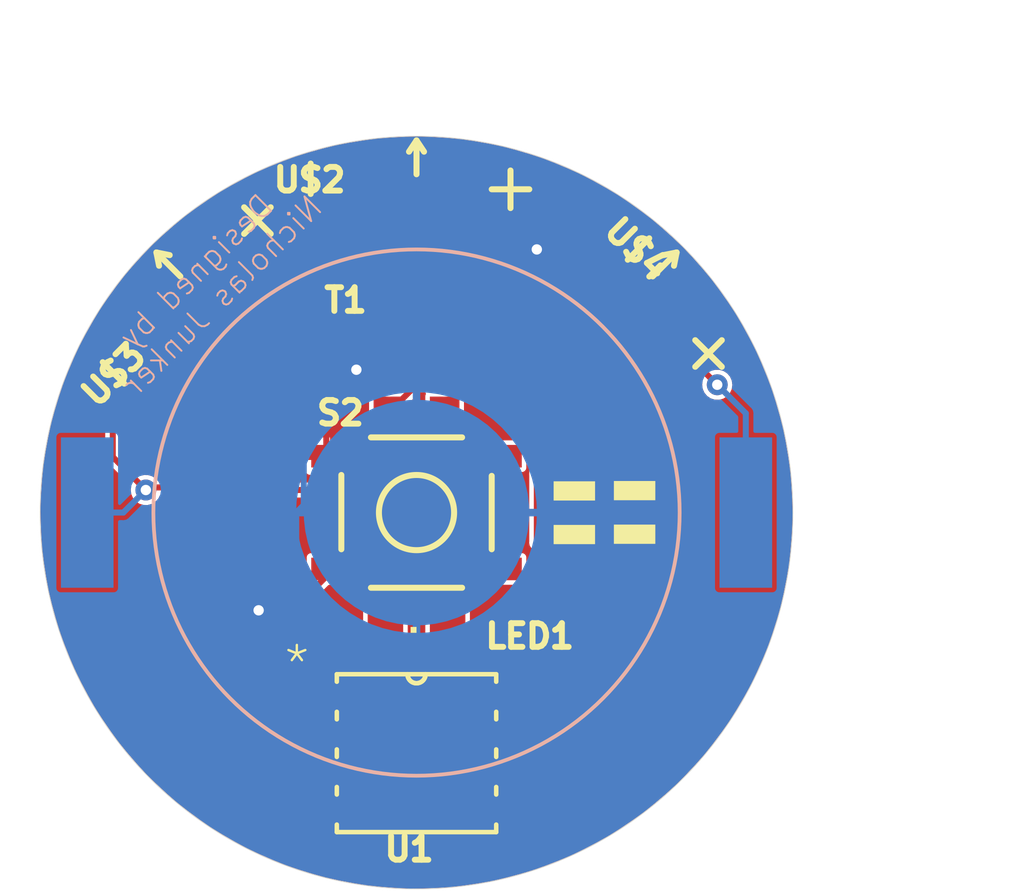
<source format=kicad_pcb>
(kicad_pcb (version 20211014) (generator pcbnew)
  (layers (0 "F.Cu" signal) (31 "B.Cu" signal) (34 "B.Paste" user) (35 "F.Paste" user) (36 "B.SilkS" user "B.Silkscreen") (37 "F.SilkS" user "F.Silkscreen") (38 "B.Mask" user) (39 "F.Mask" user) (44 "Edge.Cuts" user))
  (net 0 "")
  (net 1 "VCC")
  (net 2 "GND")
  (net 3 "SCK")
  (net 4 "RST")
  (net 5 "N$6")
  (net 6 "N$4")
  (net 7 "N$12")
  (net 8 "N$11")
  (net 9 "N$10")
  (net 10 "N$1")
  (net 11 "MOSI")
  (footprint "MicroTVbGone_r2:SOT23" (layer "F.Cu") (at 148.5011 96.8756)
    (fp_text reference "Q2" hide)
    (fp_text value "2N3904")
    (pad "1" smd rect (at -0.95 1.1) (size 1 1.4) (layers "F.Cu" "F.Paste" "F.Mask") (net 9 "N$10"))
    (pad "2" smd rect (at 0.95 1.1) (size 1 1.4) (layers "F.Cu" "F.Paste" "F.Mask") (net 2 "GND"))
    (pad "3" smd rect (at 0 -1.1) (size 1 1.4) (layers "F.Cu" "F.Paste" "F.Mask") (net 6 "N$4"))
  )
  (footprint "MicroTVbGone_r2:MIDLED" (layer "F.Cu") (at 148.5011 94.0816)
    (fp_text reference "U$2" (at -4.925923 0.1524) (layer "F.SilkS") (effects (font (size 0.8 0.8) (thickness 0.2)) (justify left bottom)))
    (fp_text value "SFH4646-ZSFH4646")
    (fp_line (start 0 -0.508) (end 0 -1.651) (layer "F.SilkS") (width 0.2032))
    (fp_line (start 3.175 -0.635) (end 3.175 0.635) (layer "F.SilkS") (width 0.2032))
    (fp_line (start 0 -1.651) (end -0.254 -1.27) (layer "F.SilkS") (width 0.2032))
    (fp_line (start 3.81 0) (end 2.54 0) (layer "F.SilkS") (width 0.2032))
    (fp_line (start 0 -1.651) (end 0.254 -1.27) (layer "F.SilkS") (width 0.2032))
    (pad "GND" smd rect (at -1.651 0 90) (size 1.699259 1.249681) (layers "F.Cu" "F.Paste" "F.Mask") (net 6 "N$4"))
    (pad "VCC" smd rect (at 1.651 0 90) (size 1.699259 1.249681) (layers "F.Cu" "F.Paste" "F.Mask") (net 1 "VCC"))
  )
  (footprint "MicroTVbGone_r2:R0805" (layer "F.Cu") (at 153.8351 105.0036 90)
    (fp_text reference "R1" hide)
    (fp_text value "1.0 K")
    (fp_poly (pts (xy 0.4064 0.6985) (xy 1.0564 0.6985) (xy 1.0564 -0.7015) (xy 0.4064 -0.7015)) (layer "F.SilkS") (width 0) (fill solid))
    (fp_poly (pts (xy -1.0668 0.6985) (xy -0.4168 0.6985) (xy -0.4168 -0.7015) (xy -1.0668 -0.7015)) (layer "F.SilkS") (width 0) (fill solid))
    (pad "1" smd rect (at -1 0 90) (size 1.1 1.4) (layers "F.Cu" "F.Paste" "F.Mask") (net 7 "N$12"))
    (pad "2" smd rect (at 1 0 90) (size 1.1 1.4) (layers "F.Cu" "F.Paste" "F.Mask") (net 11 "MOSI"))
  )
  (footprint "MicroTVbGone_r2:C0805" (layer "F.Cu") (at 143.1671 105.0036 -90)
    (fp_text reference "C2" hide)
    (fp_text value "100uF" hide)
    (pad "1" smd rect (at -0.85 0 270) (size 1.3 1.5) (layers "F.Cu" "F.Paste" "F.Mask") (net 1 "VCC"))
    (pad "2" smd rect (at 0.85 0 270) (size 1.3 1.5) (layers "F.Cu" "F.Paste" "F.Mask") (net 2 "GND"))
  )
  (footprint "MicroTVbGone_r2:MIDLED" (layer "F.Cu") (at 140.8811 97.3836 45)
    (fp_text reference "U$3" (at -5.25345 0.70944 45) (layer "F.SilkS") (effects (font (size 0.8 0.8) (thickness 0.2)) (justify left bottom)))
    (fp_text value "SFH4646-ZSFH4646")
    (fp_line (start 0 -1.651) (end 0.254 -1.27) (layer "F.SilkS") (width 0.2032))
    (fp_line (start 3.175 -0.635) (end 3.175 0.635) (layer "F.SilkS") (width 0.2032))
    (fp_line (start 0 -1.651) (end -0.254 -1.27) (layer "F.SilkS") (width 0.2032))
    (fp_line (start 0 -0.508) (end 0 -1.651) (layer "F.SilkS") (width 0.2032))
    (fp_line (start 3.81 0) (end 2.54 0) (layer "F.SilkS") (width 0.2032))
    (pad "GND" smd rect (at -1.651 0 135) (size 1.699259 1.249681) (layers "F.Cu" "F.Paste" "F.Mask") (net 8 "N$11"))
    (pad "VCC" smd rect (at 1.651 0 135) (size 1.699259 1.249681) (layers "F.Cu" "F.Paste" "F.Mask") (net 1 "VCC"))
  )
  (footprint "MicroTVbGone_r2:R0805" (layer "F.Cu") (at 155.8671 105.0036 -90)
    (fp_text reference "R5" hide)
    (fp_text value "100")
    (fp_poly (pts (xy -1.0668 0.6985) (xy -0.4168 0.6985) (xy -0.4168 -0.7015) (xy -1.0668 -0.7015)) (layer "F.SilkS") (width 0) (fill solid))
    (fp_poly (pts (xy 0.4064 0.6985) (xy 1.0564 0.6985) (xy 1.0564 -0.7015) (xy 0.4064 -0.7015)) (layer "F.SilkS") (width 0) (fill solid))
    (pad "1" smd rect (at -1 0 270) (size 1.1 1.4) (layers "F.Cu" "F.Paste" "F.Mask") (net 3 "SCK"))
    (pad "2" smd rect (at 1 0 270) (size 1.1 1.4) (layers "F.Cu" "F.Paste" "F.Mask") (net 10 "N$1"))
  )
  (footprint "MicroTVbGone_r2:C0805" (layer "F.Cu") (at 141.1351 105.0036 -90)
    (fp_text reference "C1" hide)
    (fp_text value "0.1uF" hide)
    (pad "1" smd rect (at -0.85 0 270) (size 1.3 1.5) (layers "F.Cu" "F.Paste" "F.Mask") (net 1 "VCC"))
    (pad "2" smd rect (at 0.85 0 270) (size 1.3 1.5) (layers "F.Cu" "F.Paste" "F.Mask") (net 2 "GND"))
  )
  (footprint "MicroTVbGone_r2:SOT23-BEC" (layer "F.Cu") (at 148.5011 100.6856)
    (fp_text reference "T1" (at -3.2131 -2.3876) (layer "F.SilkS") (effects (font (size 0.8 0.8) (thickness 0.2)) (justify left bottom)))
    (fp_text value "MMBT2907")
    (pad "B" smd rect (at -0.95 1.1) (size 1 1.4) (layers "F.Cu" "F.Paste" "F.Mask") (net 7 "N$12"))
    (pad "C" smd rect (at 0 -1.1) (size 1 1.4) (layers "F.Cu" "F.Paste" "F.Mask") (net 9 "N$10"))
    (pad "E" smd rect (at 0.95 1.1) (size 1 1.4) (layers "F.Cu" "F.Paste" "F.Mask") (net 1 "VCC"))
  )
  (footprint "MicroTVbGone_r2:SOT23" (layer "F.Cu") (at 143.1671 99.6696 45)
    (fp_text reference "Q1" hide)
    (fp_text value "2N3904")
    (pad "1" smd rect (at -0.95 1.1 45) (size 1 1.4) (layers "F.Cu" "F.Paste" "F.Mask") (net 9 "N$10"))
    (pad "2" smd rect (at 0.95 1.1 45) (size 1 1.4) (layers "F.Cu" "F.Paste" "F.Mask") (net 2 "GND"))
    (pad "3" smd rect (at 0 -1.1 45) (size 1 1.4) (layers "F.Cu" "F.Paste" "F.Mask") (net 8 "N$11"))
  )
  (footprint "MicroTVbGone_r2:SOT23" (layer "F.Cu") (at 153.8351 99.6696 -45)
    (fp_text reference "Q4" hide)
    (fp_text value "2N3904")
    (pad "1" smd rect (at -0.95 1.1 315) (size 1 1.4) (layers "F.Cu" "F.Paste" "F.Mask") (net 9 "N$10"))
    (pad "2" smd rect (at 0.95 1.1 315) (size 1 1.4) (layers "F.Cu" "F.Paste" "F.Mask") (net 2 "GND"))
    (pad "3" smd rect (at 0 -1.1 315) (size 1 1.4) (layers "F.Cu" "F.Paste" "F.Mask") (net 5 "N$6"))
  )
  (footprint "MicroTVbGone_r2:SOIC127P798X216-8N" (layer "F.Cu") (at 148.5011 113.1316)
    (fp_text reference "U1" (at -1.1811 3.7084) (layer "F.SilkS") (effects (font (size 0.8 0.8) (thickness 0.2)) (justify left bottom)))
    (fp_text value "ATTINY85V-10SU")
    (fp_text user "*" (at -4.5466 -2.3114) (layer "F.SilkS") (effects (font (size 1.1938 1.1938) (thickness 0.0762)) (justify left bottom)))
    (fp_text user "*" (at -4.5466 -2.3114) (layer "F.SilkS") (effects (font (size 1.1938 1.1938) (thickness 0.0762)) (justify left bottom)))
    (fp_line (start 2.6924 -2.413) (end 2.6924 -2.667) (layer "F.SilkS") (width 0.1524))
    (fp_line (start 2.6924 0.127) (end 2.6924 -0.127) (layer "F.SilkS") (width 0.1524))
    (fp_line (start 2.6924 2.667) (end 2.6924 2.413) (layer "F.SilkS") (width 0.1524))
    (fp_line (start -2.6924 -0.127) (end -2.6924 0.127) (layer "F.SilkS") (width 0.1524))
    (fp_line (start -2.6924 2.413) (end -2.6924 2.667) (layer "F.SilkS") (width 0.1524))
    (fp_line (start -2.6924 1.143) (end -2.6924 1.397) (layer "F.SilkS") (width 0.1524))
    (fp_line (start 2.6924 -2.667) (end 0.3048 -2.667) (layer "F.SilkS") (width 0.1524))
    (fp_line (start -2.6924 2.667) (end 2.6924 2.667) (layer "F.SilkS") (width 0.1524))
    (fp_line (start -0.3048 -2.667) (end -2.6924 -2.667) (layer "F.SilkS") (width 0.1524))
    (fp_line (start 0.3048 -2.667) (end -0.3048 -2.667) (layer "F.SilkS") (width 0.1524))
    (fp_line (start 2.6924 -1.143) (end 2.6924 -1.397) (layer "F.SilkS") (width 0.1524))
    (fp_line (start 2.6924 1.397) (end 2.6924 1.143) (layer "F.SilkS") (width 0.1524))
    (fp_line (start -2.6924 -1.397) (end -2.6924 -1.143) (layer "F.SilkS") (width 0.1524))
    (fp_line (start -2.6924 -2.667) (end -2.6924 -2.413) (layer "F.SilkS") (width 0.1524))
    (fp_arc (start 0.3048 -2.667) (mid 0 -2.3622) (end -0.3048 -2.667) (layer "F.SilkS") (width 0.1524))
    (fp_arc (start 0.3048 -2.667) (mid 0 -2.3622) (end -0.3048 -2.667) (layer "F.SilkS") (width 0.1524))
    (pad "1" smd rect (at -3.7084 -1.905) (size 1.5494 0.5334) (layers "F.Cu" "F.Paste" "F.Mask") (net 4 "RST"))
    (pad "2" smd rect (at -3.7084 -0.635) (size 1.5494 0.5334) (layers "F.Cu" "F.Paste" "F.Mask"))
    (pad "3" smd rect (at -3.7084 0.635) (size 1.5494 0.5334) (layers "F.Cu" "F.Paste" "F.Mask"))
    (pad "4" smd rect (at -3.7084 1.905) (size 1.5494 0.5334) (layers "F.Cu" "F.Paste" "F.Mask") (net 2 "GND"))
    (pad "5" smd rect (at 3.7084 1.905) (size 1.5494 0.5334) (layers "F.Cu" "F.Paste" "F.Mask") (net 11 "MOSI"))
    (pad "6" smd rect (at 3.7084 0.635) (size 1.5494 0.5334) (layers "F.Cu" "F.Paste" "F.Mask"))
    (pad "7" smd rect (at 3.7084 -0.635) (size 1.5494 0.5334) (layers "F.Cu" "F.Paste" "F.Mask") (net 3 "SCK"))
    (pad "8" smd rect (at 3.7084 -1.905) (size 1.5494 0.5334) (layers "F.Cu" "F.Paste" "F.Mask") (net 1 "VCC"))
  )
  (footprint "MicroTVbGone_r2:MIDLED" (layer "F.Cu") (at 156.1211 97.3836 -45)
    (fp_text reference "U$4" (at -2.343847 -0.314309 -45) (layer "F.SilkS") (effects (font (size 0.8 0.8) (thickness 0.2)) (justify left bottom)))
    (fp_text value "SFH4646-ZSFH4646")
    (fp_line (start 0 -1.651) (end 0.254 -1.27) (layer "F.SilkS") (width 0.2032))
    (fp_line (start 3.81 0) (end 2.54 0) (layer "F.SilkS") (width 0.2032))
    (fp_line (start 0 -1.651) (end -0.254 -1.27) (layer "F.SilkS") (width 0.2032))
    (fp_line (start 0 -0.508) (end 0 -1.651) (layer "F.SilkS") (width 0.2032))
    (fp_line (start 3.175 -0.635) (end 3.175 0.635) (layer "F.SilkS") (width 0.2032))
    (pad "GND" smd rect (at -1.651 0 45) (size 1.699259 1.249681) (layers "F.Cu" "F.Paste" "F.Mask") (net 5 "N$6"))
    (pad "VCC" smd rect (at 1.651 0 45) (size 1.699259 1.249681) (layers "F.Cu" "F.Paste" "F.Mask") (net 1 "VCC"))
  )
  (footprint "MicroTVbGone_r2:CHIPLED_0805" (layer "F.Cu") (at 148.5011 108.966 90)
    (fp_text reference "LED1" (at 0.254 5.4229 180) (layer "F.SilkS") (effects (font (size 0.8 0.8) (thickness 0.2)) (justify right top)))
    (fp_text value "")
    (fp_poly (pts (xy -0.1 0) (xy 0.1 0) (xy 0.1 -0.2) (xy -0.1 -0.2)) (layer "F.SilkS") (width 0) (fill solid))
    (pad "A" smd rect (at 0 1.05 90) (size 1.2 1.2) (layers "F.Cu" "F.Paste" "F.Mask") (net 10 "N$1"))
    (pad "C" smd rect (at 0 -1.05 90) (size 1.2 1.2) (layers "F.Cu" "F.Paste" "F.Mask") (net 1 "VCC"))
  )
  (footprint "MicroTVbGone_r2:TACTILE-SWITCH-SMD" (layer "F.Cu") (at 148.5011 105.0036)
    (fp_text reference "S2" (at -3.4671 -2.8956) (layer "F.SilkS") (effects (font (size 0.8 0.8) (thickness 0.2)) (justify left bottom)))
    (fp_text value "SWITCH-MOMENTARY-2SMD" hide)
    (fp_line (start 2.54 -1.24) (end 2.54 1.24) (layer "F.SilkS") (width 0.2032))
    (fp_line (start -2.54 1.24) (end -2.54 -1.27) (layer "F.SilkS") (width 0.2032))
    (fp_line (start 1.54 2.54) (end -1.54 2.54) (layer "F.SilkS") (width 0.2032))
    (fp_line (start -1.54 -2.54) (end 1.54 -2.54) (layer "F.SilkS") (width 0.2032))
    (fp_circle (center 0 0) (end 1.27 0) (layer "F.SilkS") (width 0.2032) (fill none))
    (pad "1" smd rect (at -2.794 -1.905 90) (size 0.762 1.524) (layers "F.Cu" "F.Paste" "F.Mask") (net 2 "GND"))
    (pad "2" smd rect (at 2.794 -1.905 90) (size 0.762 1.524) (layers "F.Cu" "F.Paste" "F.Mask"))
    (pad "3" smd rect (at -2.794 1.905 90) (size 0.762 1.524) (layers "F.Cu" "F.Paste" "F.Mask") (net 4 "RST"))
    (pad "4" smd rect (at 2.794 1.905 90) (size 0.762 1.524) (layers "F.Cu" "F.Paste" "F.Mask"))
  )
  (footprint "MicroTVbGone_r2:20MM_COINCELL" (layer "B.Cu") (at 148.5011 105.0036)
    (fp_text reference "U$1" hide)
    (fp_text value "712-BAT-HLD-001" hide)
    (fp_circle (center 0 0) (end 8.89 0) (layer "B.SilkS") (width 0.127) (fill none))
    (pad "NEG" smd roundrect (at 0 0) (size 7.62 7.62) (layers "B.Cu" "B.Paste" "B.Mask") (roundrect_rratio 0.5) (net 2 "GND"))
    (pad "POS" smd rect (at -11.1252 0 270) (size 5.08 1.778) (layers "B.Cu" "B.Paste" "B.Mask") (net 1 "VCC"))
    (pad "POS_2" smd rect (at 11.1252 0 270) (size 5.08 1.778) (layers "B.Cu" "B.Paste" "B.Mask") (net 1 "VCC"))
  )
  (gr_circle (center 148.5011 105.0036) (end 161.216962 105.0036) (layer "Edge.Cuts") (width 0.0254) (fill none))
  (gr_text "  Designed by\nNicholas Junker" (at 145.467468 94.764575 -315) (layer "B.SilkS") (effects (font (size 0.747776 0.747776) (thickness 0.065024)) (justify left bottom mirror)))
  (segment (start 139.3571 104.2416) (end 139.4451 104.1536) (width 0.2032) (layer "F.Cu") (net 1))
  (segment (start 149.4511 103.0376) (end 148.2471 104.2416) (width 0.2032) (layer "F.Cu") (net 1))
  (segment (start 140.448331 96.216169) (end 138.2395 98.425) (width 0.2032) (layer "F.Cu") (net 1))
  (segment (start 143.1671 104.1536) (end 141.1351 104.1536) (width 0.2032) (layer "F.Cu") (net 1))
  (segment (start 147.4511 105.017457) (end 148.226956 104.2416) (width 0.2032) (layer "F.Cu") (net 1))
  (segment (start 148.226956 104.2416) (end 143.2551 104.2416) (width 0.2032) (layer "F.Cu") (net 1))
  (segment (start 138.2395 103.124) (end 139.3571 104.2416) (width 0.2032) (layer "F.Cu") (net 1))
  (segment (start 157.8991 97.4598) (end 157.8991 98.3996) (width 0.2032) (layer "F.Cu") (net 1))
  (segment (start 139.4451 104.1536) (end 141.1351 104.1536) (width 0.2032) (layer "F.Cu") (net 1))
  (segment (start 148.226956 104.2416) (end 148.2471 104.2416) (width 0.2032) (layer "F.Cu") (net 1))
  (segment (start 147.4511 108.966) (end 147.4511 105.017457) (width 0.2032) (layer "F.Cu") (net 1))
  (segment (start 150.1521 96.4946) (end 149.7711 96.8756) (width 0.2032) (layer "F.Cu") (net 1))
  (segment (start 153.8351 94.8436) (end 155.2829 94.8436) (width 0.2032) (layer "F.Cu") (net 1))
  (segment (start 143.2551 104.2416) (end 143.1671 104.1536) (width 0.2032) (layer "F.Cu") (net 1))
  (segment (start 157.8991 98.3996) (end 157.747665 98.551035) (width 0.2032) (layer "F.Cu") (net 1))
  (segment (start 157.288531 99.313032) (end 158.6611 100.6856) (width 0.2032) (layer "F.Cu") (net 1))
  (segment (start 153.0731 94.0816) (end 150.1521 94.0816) (width 0.2032) (layer "F.Cu") (net 1))
  (segment (start 149.4511 101.7856) (end 149.4511 103.0376) (width 0.2032) (layer "F.Cu") (net 1))
  (segment (start 157.747665 98.551035) (end 157.288531 98.551035) (width 0.2032) (layer "F.Cu") (net 1))
  (segment (start 149.7711 96.8756) (end 142.707962 96.8756) (width 0.2032) (layer "F.Cu") (net 1))
  (segment (start 149.7117 111.2266) (end 147.4511 108.966) (width 0.2032) (layer "F.Cu") (net 1))
  (segment (start 155.2829 94.8436) (end 157.8991 97.4598) (width 0.2032) (layer "F.Cu") (net 1))
  (segment (start 153.0731 94.0816) (end 153.8351 94.8436) (width 0.2032) (layer "F.Cu") (net 1))
  (segment (start 157.288531 98.551035) (end 157.288531 99.313032) (width 0.2032) (layer "F.Cu") (net 1))
  (segment (start 142.048531 96.216169) (end 140.448331 96.216169) (width 0.2032) (layer "F.Cu") (net 1))
  (segment (start 150.1521 94.0816) (end 149.7711 94.0816) (width 0.2032) (layer "F.Cu") (net 1))
  (segment (start 138.2395 98.425) (end 138.2395 103.124) (width 0.2032) (layer "F.Cu") (net 1))
  (segment (start 142.707962 96.8756) (end 142.048531 96.216169) (width 0.2032) (layer "F.Cu") (net 1))
  (segment (start 152.2095 111.2266) (end 149.7117 111.2266) (width 0.2032) (layer "F.Cu") (net 1))
  (segment (start 150.1521 94.0816) (end 150.1521 96.4946) (width 0.2032) (layer "F.Cu") (net 1))
  (via (at 158.6611 100.6856) (size 0.7056) (drill 0.35) (layers "F.Cu" "B.Cu") (net 1))
  (via (at 139.3571 104.2416) (size 0.7056) (drill 0.35) (layers "F.Cu" "B.Cu") (net 1))
  (segment (start 138.5951 105.0036) (end 139.3571 104.2416) (width 0.2032) (layer "B.Cu") (net 1))
  (segment (start 159.6263 105.0036) (end 159.6263 101.6508) (width 0.2032) (layer "B.Cu") (net 1))
  (segment (start 159.6263 101.6508) (end 158.6611 100.6856) (width 0.2032) (layer "B.Cu") (net 1))
  (segment (start 137.3759 105.0036) (end 138.5951 105.0036) (width 0.2032) (layer "B.Cu") (net 1))
  (segment (start 145.4531 102.8446) (end 145.7071 103.0986) (width 0.2032) (layer "F.Cu") (net 2))
  (segment (start 152.5651 97.5516) (end 152.5651 96.1136) (width 0.2032) (layer "F.Cu") (net 2))
  (segment (start 153.729031 101.119172) (end 153.8351 101.013104) (width 0.2032) (layer "F.Cu") (net 2))
  (segment (start 152.1411 97.9756) (end 152.5651 97.5516) (width 0.2032) (layer "F.Cu") (net 2))
  (segment (start 153.8351 99.6696) (end 152.1411 97.9756) (width 0.2032) (layer "F.Cu") (net 2))
  (segment (start 143.1671 108.254341) (end 143.1671 108.3056) (width 0.2032) (layer "F.Cu") (net 2))
  (segment (start 144.616668 100.357169) (end 145.4531 101.1936) (width 0.2032) (layer "F.Cu") (net 2))
  (segment (start 143.1671 114.1476) (end 143.1671 108.254341) (width 0.2032) (layer "F.Cu") (net 2))
  (segment (start 144.0561 115.0366) (end 143.1671 114.1476) (width 0.2032) (layer "F.Cu") (net 2))
  (segment (start 144.7927 115.0366) (end 144.0561 115.0366) (width 0.2032) (layer "F.Cu") (net 2))
  (segment (start 143.1671 108.254341) (end 143.1671 105.8536) (width 0.2032) (layer "F.Cu") (net 2))
  (segment (start 152.1411 97.9756) (end 149.4511 97.9756) (width 0.2032) (layer "F.Cu") (net 2))
  (segment (start 144.616668 99.775669) (end 144.616668 100.357169) (width 0.2032) (layer "F.Cu") (net 2))
  (segment (start 145.4531 101.1936) (end 146.4691 100.1776) (width 0.2032) (layer "F.Cu") (net 2))
  (segment (start 145.4531 101.1936) (end 145.4531 102.8446) (width 0.2032) (layer "F.Cu") (net 2))
  (segment (start 153.8351 101.013104) (end 153.8351 99.6696) (width 0.2032) (layer "F.Cu") (net 2))
  (segment (start 143.1671 105.8536) (end 141.1351 105.8536) (width 0.2032) (layer "F.Cu") (net 2))
  (via (at 152.5651 96.1136) (size 0.7056) (drill 0.35) (layers "F.Cu" "B.Cu") (net 2))
  (via (at 143.1671 108.3056) (size 0.7056) (drill 0.35) (layers "F.Cu" "B.Cu") (net 2))
  (via (at 146.4691 100.1776) (size 0.7056) (drill 0.35) (layers "F.Cu" "B.Cu") (net 2))
  (segment (start 144.4371 105.0036) (end 144.4371 107.5436) (width 0.2032) (layer "B.Cu") (net 2))
  (segment (start 148.5011 105.0036) (end 144.4371 105.0036) (width 0.2032) (layer "B.Cu") (net 2))
  (segment (start 150.5331 96.1136) (end 152.5651 96.1136) (width 0.2032) (layer "B.Cu") (net 2))
  (segment (start 144.6911 104.7496) (end 144.6911 101.7016) (width 0.2032) (layer "B.Cu") (net 2))
  (segment (start 143.6751 108.3056) (end 143.1671 108.3056) (width 0.2032) (layer "B.Cu") (net 2))
  (segment (start 146.4691 100.1776) (end 150.5331 96.1136) (width 0.2032) (layer "B.Cu") (net 2))
  (segment (start 146.2151 100.1776) (end 146.4691 100.1776) (width 0.2032) (layer "B.Cu") (net 2))
  (segment (start 144.4371 107.5436) (end 143.6751 108.3056) (width 0.2032) (layer "B.Cu") (net 2))
  (segment (start 144.4371 105.0036) (end 144.6911 104.7496) (width 0.2032) (layer "B.Cu") (net 2))
  (segment (start 144.6911 101.7016) (end 146.2151 100.1776) (width 0.2032) (layer "B.Cu") (net 2))
  (segment (start 156.6291 104.4956) (end 156.3591 104.4956) (width 0.2032) (layer "F.Cu") (net 3))
  (segment (start 154.7241 112.4966) (end 157.1371 110.0836) (width 0.2032) (layer "F.Cu") (net 3))
  (segment (start 157.1371 105.0036) (end 156.6291 104.4956) (width 0.2032) (layer "F.Cu") (net 3))
  (segment (start 152.2095 112.4966) (end 154.7241 112.4966) (width 0.2032) (layer "F.Cu") (net 3))
  (segment (start 156.3591 104.4956) (end 155.8671 104.0036) (width 0.2032) (layer "F.Cu") (net 3))
  (segment (start 157.1371 110.0836) (end 157.1371 105.0036) (width 0.2032) (layer "F.Cu") (net 3))
  (segment (start 144.7927 111.2266) (end 144.7927 107.823) (width 0.2032) (layer "F.Cu") (net 4))
  (segment (start 144.7927 107.823) (end 145.7071 106.9086) (width 0.2032) (layer "F.Cu") (net 4))
  (segment (start 154.612915 96.556919) (end 154.953665 96.216169) (width 0.2032) (layer "F.Cu") (net 5))
  (segment (start 154.612915 98.891785) (end 154.612915 96.556919) (width 0.2032) (layer "F.Cu") (net 5))
  (segment (start 148.5011 95.7326) (end 146.8501 94.0816) (width 0.2032) (layer "F.Cu") (net 6))
  (segment (start 148.5011 95.7756) (end 148.5011 95.7326) (width 0.2032) (layer "F.Cu") (net 6))
  (segment (start 147.5511 101.6356) (end 148.5011 100.6856) (width 0.2032) (layer "F.Cu") (net 7))
  (segment (start 153.5651 106.2736) (end 153.8351 106.0036) (width 0.2032) (layer "F.Cu") (net 7))
  (segment (start 150.5331 100.6856) (end 152.5651 102.7176) (width 0.2032) (layer "F.Cu") (net 7))
  (segment (start 148.5011 100.6856) (end 150.5331 100.6856) (width 0.2032) (layer "F.Cu") (net 7))
  (segment (start 147.5511 101.7856) (end 147.5511 101.6356) (width 0.2032) (layer "F.Cu") (net 7))
  (segment (start 152.5651 102.7176) (end 152.5651 106.0196) (width 0.2032) (layer "F.Cu") (net 7))
  (segment (start 152.5651 106.0196) (end 152.8191 106.2736) (width 0.2032) (layer "F.Cu") (net 7))
  (segment (start 152.8191 106.2736) (end 153.5651 106.2736) (width 0.2032) (layer "F.Cu") (net 7))
  (segment (start 140.054415 98.891785) (end 139.713665 98.551035) (width 0.2032) (layer "F.Cu") (net 8))
  (segment (start 142.389281 98.891785) (end 140.054415 98.891785) (width 0.2032) (layer "F.Cu") (net 8))
  (segment (start 143.1671 101.013107) (end 143.1671 99.6696) (width 0.2032) (layer "F.Cu") (net 9))
  (segment (start 147.5511 98.6356) (end 148.5011 99.5856) (width 0.2032) (layer "F.Cu") (net 9))
  (segment (start 148.5011 99.5856) (end 152.195459 99.5856) (width 0.2032) (layer "F.Cu") (net 9))
  (segment (start 152.195459 99.5856) (end 152.385528 99.775669) (width 0.2032) (layer "F.Cu") (net 9))
  (segment (start 144.8611 97.9756) (end 147.5511 97.9756) (width 0.2032) (layer "F.Cu") (net 9))
  (segment (start 143.1671 99.6696) (end 144.8611 97.9756) (width 0.2032) (layer "F.Cu") (net 9))
  (segment (start 143.273165 101.119172) (end 143.1671 101.013107) (width 0.2032) (layer "F.Cu") (net 9))
  (segment (start 147.5511 97.9756) (end 147.5511 98.6356) (width 0.2032) (layer "F.Cu") (net 9))
  (segment (start 155.1051 109.0676) (end 149.6527 109.0676) (width 0.2032) (layer "F.Cu") (net 10))
  (segment (start 155.8671 108.3056) (end 155.1051 109.0676) (width 0.2032) (layer "F.Cu") (net 10))
  (segment (start 155.8671 106.0036) (end 155.8671 108.3056) (width 0.2032) (layer "F.Cu") (net 10))
  (segment (start 149.6527 109.0676) (end 149.5511 108.966) (width 0.2032) (layer "F.Cu") (net 10))
  (segment (start 157.8991 111.8616) (end 157.8991 102.7176) (width 0.2032) (layer "F.Cu") (net 11))
  (segment (start 152.2095 115.0366) (end 154.7241 115.0366) (width 0.2032) (layer "F.Cu") (net 11))
  (segment (start 157.3911 102.2096) (end 154.3431 102.2096) (width 0.2032) (layer "F.Cu") (net 11))
  (segment (start 154.7241 115.0366) (end 157.8991 111.8616) (width 0.2032) (layer "F.Cu") (net 11))
  (segment (start 157.8991 102.7176) (end 157.3911 102.2096) (width 0.2032) (layer "F.Cu") (net 11))
  (segment (start 153.8351 102.7176) (end 153.8351 104.0036) (width 0.2032) (layer "F.Cu") (net 11))
  (segment (start 154.3431 102.2096) (end 153.8351 102.7176) (width 0.2032) (layer "F.Cu") (net 11))
  (zone (net 2) (net_name "GND") (layer "F.Cu") (priority 6) (connect_pads (clearance 0.000001)) (min_thickness 0.1016) (fill yes (thermal_gap 0.2532) (thermal_bridge_width 0.2532))
    (polygon (pts (xy 162.5727 117.8052) (xy 134.4295 117.8052) (xy 134.4295 91.567) (xy 162.5727 91.567)))
  )
  (zone (net 2) (net_name "GND") (layer "B.Cu") (priority 6) (connect_pads (clearance 0.000001)) (min_thickness 0.1016) (fill yes (thermal_gap 0.2532) (thermal_bridge_width 0.2532))
    (polygon (pts (xy 161.3027 117.8052) (xy 135.0645 117.8052) (xy 135.0645 91.567) (xy 161.3027 91.567)))
  )
)
</source>
